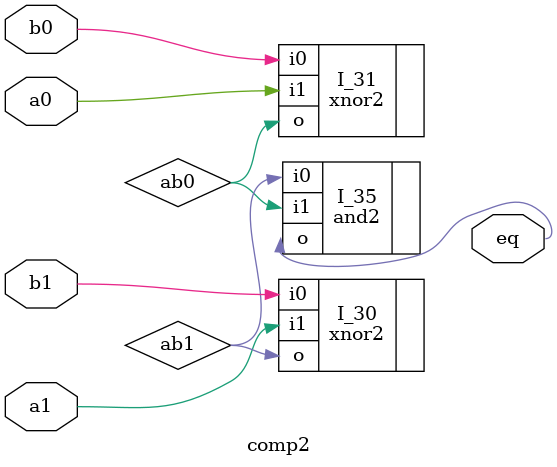
<source format=v>

module comp2( eq, a0, a1, b0, b1 );

output  eq;


input  a0, a1, b0, b1;





specify 
    specparam CDS_LIBNAME  = "xc7000";
    specparam CDS_CELLNAME = "comp2";
    specparam CDS_VIEWNAME = "schematic";
endspecify

and2  I_35( .i0(ab1), .o(eq), .i1(ab0));
xnor2  I_30( .i0(b1), .o(ab1), .i1(a1));
xnor2  I_31( .i0(b0), .o(ab0), .i1(a0));

endmodule

</source>
